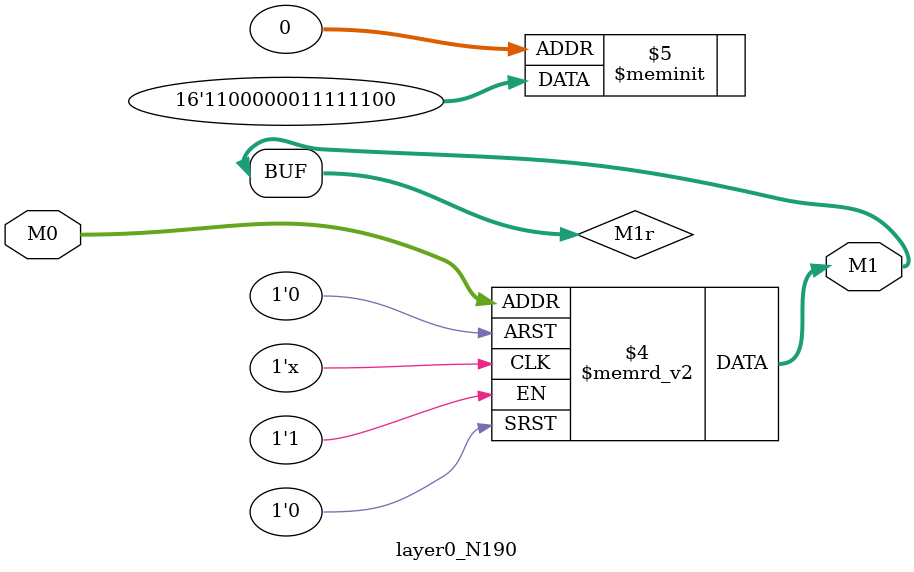
<source format=v>
module layer0_N190 ( input [2:0] M0, output [1:0] M1 );

	(*rom_style = "distributed" *) reg [1:0] M1r;
	assign M1 = M1r;
	always @ (M0) begin
		case (M0)
			3'b000: M1r = 2'b00;
			3'b100: M1r = 2'b00;
			3'b010: M1r = 2'b11;
			3'b110: M1r = 2'b00;
			3'b001: M1r = 2'b11;
			3'b101: M1r = 2'b00;
			3'b011: M1r = 2'b11;
			3'b111: M1r = 2'b11;

		endcase
	end
endmodule

</source>
